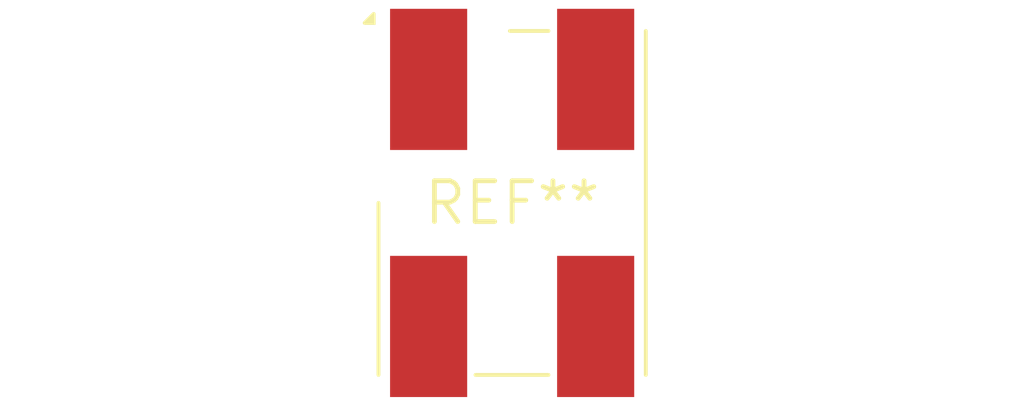
<source format=kicad_pcb>
(kicad_pcb (version 20240108) (generator pcbnew)
  (layers (0 "F.Cu" signal) (31 "B.Cu" signal) (34 "B.Paste" user) (35 "F.Paste" user) (36 "B.SilkS" user "B.Silkscreen") (37 "F.SilkS" user "F.Silkscreen") (38 "B.Mask" user) (39 "F.Mask" user) (44 "Edge.Cuts" user))
  (net 0 "")
  (footprint "Diode_Bridge_Bourns_CD-DF4xxS" (layer "F.Cu") (at 0 0)
    (property "Reference" "REF**")
    (property "Value" "Diode_Bridge_Bourns_CD-DF4xxS")
    (fp_line (start -4.16 0) (end -4.16 5.36) (layer "F.SilkS") (stroke (width 0.12)))
    (fp_line (start -1.14 5.36) (end 1.13 5.36) (layer "F.SilkS") (stroke (width 0.12)))
    (fp_line (start -0.07 -5.36) (end 1.13 -5.36) (layer "F.SilkS") (stroke (width 0.12)))
    (fp_line (start 4.16 -5.36) (end 4.16 5.36) (layer "F.SilkS") (stroke (width 0.12)))
    (fp_poly (pts (xy -4.31 -5.61) (xy -4.59 -5.61) (xy -4.31 -5.89) (xy -4.31 -5.61)) (layer "F.SilkS") (stroke (width 0.12)) (fill solid))
    (pad "1" smd rect (at -2.6 -3.85) (size 2.4 4.4) (layers "F.Cu" "F.Paste" "F.Mask"))
    (pad "2" smd rect (at -2.6 3.85) (size 2.4 4.4) (layers "F.Cu" "F.Paste" "F.Mask"))
    (pad "3" smd rect (at 2.6 3.85) (size 2.4 4.4) (layers "F.Cu" "F.Paste" "F.Mask"))
    (pad "4" smd rect (at 2.6 -3.85) (size 2.4 4.4) (layers "F.Cu" "F.Paste" "F.Mask"))
  )
)
</source>
